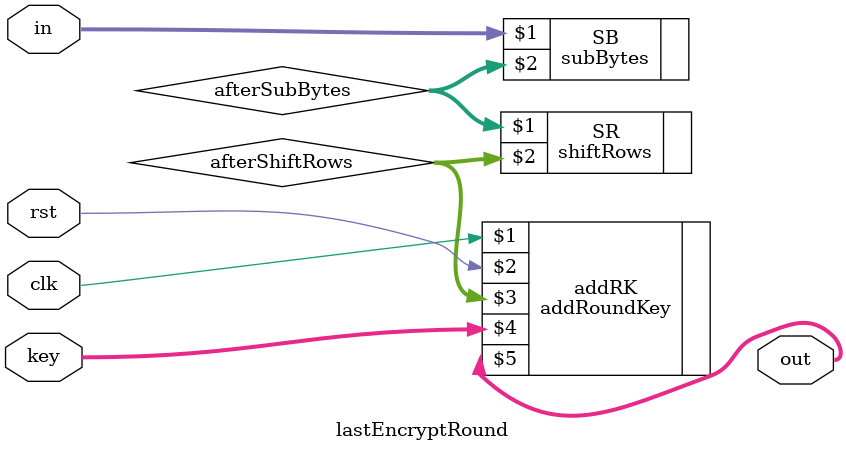
<source format=v>
module lastEncryptRound(clk, rst, in, key, out);
input clk;
input rst;
input [127:0] in;
output [127:0] out;
input [127:0] key;
wire [127:0] afterSubBytes;
wire [127:0] afterShiftRows;
wire [127:0] afterAddroundKey;

subBytes SB(in, afterSubBytes);
shiftRows SR(afterSubBytes, afterShiftRows);
addRoundKey addRK(clk, rst, afterShiftRows, key, out);
		
endmodule
</source>
